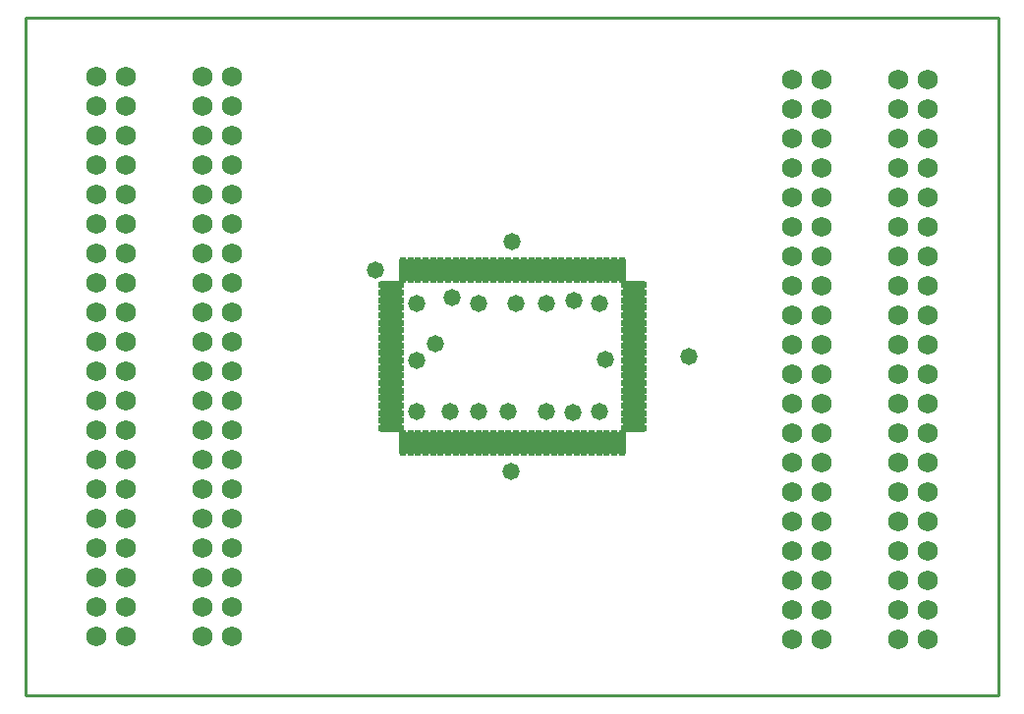
<source format=gts>
%FSLAX25Y25*%
%MOIN*%
G70*
G01*
G75*
G04 Layer_Color=8388736*
%ADD10O,0.01772X0.08268*%
%ADD11O,0.08268X0.01772*%
%ADD12C,0.01000*%
%ADD13C,0.06000*%
%ADD14C,0.05000*%
%ADD15R,0.02047X0.02047*%
%ADD16R,0.02047X0.02047*%
%ADD17C,0.03000*%
%ADD18C,0.00984*%
%ADD19C,0.02362*%
%ADD20C,0.00787*%
%ADD21C,0.00700*%
%ADD22C,0.00800*%
%ADD23R,0.37500X0.15000*%
%ADD24O,0.02572X0.09068*%
%ADD25O,0.09068X0.02572*%
%ADD26C,0.06800*%
%ADD27C,0.05800*%
D12*
X-170000Y-115000D02*
Y115000D01*
Y-115000D02*
X160000D01*
Y115000D01*
X-170000D02*
X160000D01*
D24*
X32106Y29331D02*
D03*
X29547D02*
D03*
X26988D02*
D03*
X24429D02*
D03*
X21870D02*
D03*
X19311D02*
D03*
X16752D02*
D03*
X14193D02*
D03*
X11634D02*
D03*
X9075D02*
D03*
X6516D02*
D03*
X3957D02*
D03*
X1398D02*
D03*
X-1161D02*
D03*
X-3720D02*
D03*
X-6280D02*
D03*
X-8839D02*
D03*
X-11398D02*
D03*
X-13957D02*
D03*
X-16516D02*
D03*
X-19075D02*
D03*
X-21634D02*
D03*
X-24193D02*
D03*
X-26752D02*
D03*
X-29311D02*
D03*
X-31870D02*
D03*
X-34429D02*
D03*
X-36988D02*
D03*
X-39547D02*
D03*
X-42106D02*
D03*
Y-29331D02*
D03*
X-39547D02*
D03*
X-36988D02*
D03*
X-34429D02*
D03*
X-31870D02*
D03*
X-29311D02*
D03*
X-26752D02*
D03*
X-24193D02*
D03*
X-21634D02*
D03*
X-19075D02*
D03*
X-16516D02*
D03*
X-13957D02*
D03*
X-11398D02*
D03*
X-8839D02*
D03*
X-6280D02*
D03*
X-3720D02*
D03*
X-1161D02*
D03*
X1398D02*
D03*
X3957D02*
D03*
X6516D02*
D03*
X9075D02*
D03*
X11634D02*
D03*
X14193D02*
D03*
X16752D02*
D03*
X19311D02*
D03*
X21870D02*
D03*
X24429D02*
D03*
X26988D02*
D03*
X29547D02*
D03*
X32106D02*
D03*
D25*
X-46142Y24311D02*
D03*
Y21752D02*
D03*
Y19193D02*
D03*
Y16634D02*
D03*
Y14075D02*
D03*
Y11516D02*
D03*
Y8957D02*
D03*
Y6398D02*
D03*
Y3839D02*
D03*
Y1280D02*
D03*
Y-1280D02*
D03*
Y-3839D02*
D03*
Y-6398D02*
D03*
Y-8957D02*
D03*
Y-11516D02*
D03*
Y-14075D02*
D03*
Y-16634D02*
D03*
Y-19193D02*
D03*
Y-21752D02*
D03*
Y-24311D02*
D03*
X36142D02*
D03*
Y-21752D02*
D03*
Y-19193D02*
D03*
Y-16634D02*
D03*
Y-14075D02*
D03*
Y-11516D02*
D03*
Y-8957D02*
D03*
Y-6398D02*
D03*
Y-3839D02*
D03*
Y-1280D02*
D03*
Y1280D02*
D03*
Y3839D02*
D03*
Y6398D02*
D03*
Y8957D02*
D03*
Y11516D02*
D03*
Y14075D02*
D03*
Y16634D02*
D03*
Y19193D02*
D03*
Y21752D02*
D03*
Y24311D02*
D03*
D26*
X136000Y-96000D02*
D03*
X126000D02*
D03*
X136000Y-86000D02*
D03*
X126000D02*
D03*
X136000Y-76000D02*
D03*
X126000D02*
D03*
X136000Y-66000D02*
D03*
X126000D02*
D03*
X136000Y-56000D02*
D03*
X126000D02*
D03*
X136000Y-46000D02*
D03*
X126000D02*
D03*
X136000Y-36000D02*
D03*
X126000D02*
D03*
X136000Y-26000D02*
D03*
X126000D02*
D03*
X136000Y-16000D02*
D03*
X126000D02*
D03*
X136000Y-6000D02*
D03*
X126000D02*
D03*
X136000Y4000D02*
D03*
X126000D02*
D03*
X136000Y14000D02*
D03*
X126000D02*
D03*
X136000Y24000D02*
D03*
X126000D02*
D03*
X136000Y34000D02*
D03*
X126000D02*
D03*
X136000Y44000D02*
D03*
X126000D02*
D03*
X136000Y54000D02*
D03*
X126000D02*
D03*
X136000Y64000D02*
D03*
X126000D02*
D03*
X136000Y74000D02*
D03*
X126000D02*
D03*
X136000Y84000D02*
D03*
X126000D02*
D03*
X136000Y94000D02*
D03*
X126000D02*
D03*
X100000Y-96000D02*
D03*
X90000D02*
D03*
X100000Y-86000D02*
D03*
X90000D02*
D03*
X100000Y-76000D02*
D03*
X90000D02*
D03*
X100000Y-66000D02*
D03*
X90000D02*
D03*
X100000Y-56000D02*
D03*
X90000D02*
D03*
X100000Y-46000D02*
D03*
X90000D02*
D03*
X100000Y-36000D02*
D03*
X90000D02*
D03*
X100000Y-26000D02*
D03*
X90000D02*
D03*
X100000Y-16000D02*
D03*
X90000D02*
D03*
X100000Y-6000D02*
D03*
X90000D02*
D03*
X100000Y4000D02*
D03*
X90000D02*
D03*
X100000Y14000D02*
D03*
X90000D02*
D03*
X100000Y24000D02*
D03*
X90000D02*
D03*
X100000Y34000D02*
D03*
X90000D02*
D03*
X100000Y44000D02*
D03*
X90000D02*
D03*
X100000Y54000D02*
D03*
X90000D02*
D03*
X100000Y64000D02*
D03*
X90000D02*
D03*
X100000Y74000D02*
D03*
X90000D02*
D03*
X100000Y84000D02*
D03*
X90000D02*
D03*
X100000Y94000D02*
D03*
X90000D02*
D03*
X-136000Y-95000D02*
D03*
X-146000D02*
D03*
X-136000Y-85000D02*
D03*
X-146000D02*
D03*
X-136000Y-75000D02*
D03*
X-146000D02*
D03*
X-136000Y-65000D02*
D03*
X-146000D02*
D03*
X-136000Y-55000D02*
D03*
X-146000D02*
D03*
X-136000Y-45000D02*
D03*
X-146000D02*
D03*
X-136000Y-35000D02*
D03*
X-146000D02*
D03*
X-136000Y-25000D02*
D03*
X-146000D02*
D03*
X-136000Y-15000D02*
D03*
X-146000D02*
D03*
X-136000Y-5000D02*
D03*
X-146000D02*
D03*
X-136000Y5000D02*
D03*
X-146000D02*
D03*
X-136000Y15000D02*
D03*
X-146000D02*
D03*
X-136000Y25000D02*
D03*
X-146000D02*
D03*
X-136000Y35000D02*
D03*
X-146000D02*
D03*
X-136000Y45000D02*
D03*
X-146000D02*
D03*
X-136000Y55000D02*
D03*
X-146000D02*
D03*
X-136000Y65000D02*
D03*
X-146000D02*
D03*
X-136000Y75000D02*
D03*
X-146000D02*
D03*
X-136000Y85000D02*
D03*
X-146000D02*
D03*
X-136000Y95000D02*
D03*
X-146000D02*
D03*
X-100000Y-95000D02*
D03*
X-110000D02*
D03*
X-100000Y-85000D02*
D03*
X-110000D02*
D03*
X-100000Y-75000D02*
D03*
X-110000D02*
D03*
X-100000Y-65000D02*
D03*
X-110000D02*
D03*
X-100000Y-55000D02*
D03*
X-110000D02*
D03*
X-100000Y-45000D02*
D03*
X-110000D02*
D03*
X-100000Y-35000D02*
D03*
X-110000D02*
D03*
X-100000Y-25000D02*
D03*
X-110000D02*
D03*
X-100000Y-15000D02*
D03*
X-110000D02*
D03*
X-100000Y-5000D02*
D03*
X-110000D02*
D03*
X-100000Y5000D02*
D03*
X-110000D02*
D03*
X-100000Y15000D02*
D03*
X-110000D02*
D03*
X-100000Y25000D02*
D03*
X-110000D02*
D03*
X-100000Y35000D02*
D03*
X-110000D02*
D03*
X-100000Y45000D02*
D03*
X-110000D02*
D03*
X-100000Y55000D02*
D03*
X-110000D02*
D03*
X-100000Y65000D02*
D03*
X-110000D02*
D03*
X-100000Y75000D02*
D03*
X-110000D02*
D03*
X-100000Y85000D02*
D03*
X-110000D02*
D03*
X-100000Y95000D02*
D03*
X-110000D02*
D03*
D27*
X-37500Y-18500D02*
D03*
Y18000D02*
D03*
Y-1300D02*
D03*
X-16516Y17984D02*
D03*
X-3720Y18220D02*
D03*
X6516Y18016D02*
D03*
X24429Y18071D02*
D03*
X-16500Y-18500D02*
D03*
X-6280Y-18620D02*
D03*
X6516Y-18616D02*
D03*
X24429Y-18629D02*
D03*
X26500Y-1000D02*
D03*
X-31000Y4500D02*
D03*
X-26000Y-18500D02*
D03*
X-5500Y-39000D02*
D03*
X15500Y-19000D02*
D03*
X55000Y0D02*
D03*
X16000Y19000D02*
D03*
X-5000Y39000D02*
D03*
X-25500Y20000D02*
D03*
X-51331Y29500D02*
D03*
M02*

</source>
